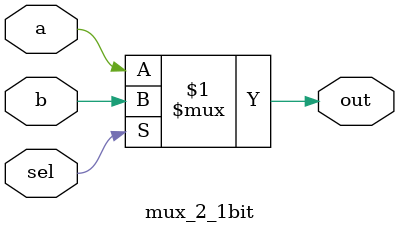
<source format=v>
module mux_2_1bit(a, b, sel, out);

    input a, b;
    input sel;
    output out;
    
    assign out = sel ? b : a;

endmodule
</source>
